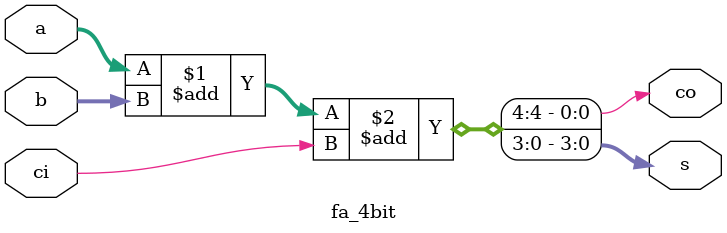
<source format=v>
module fa_4bit(a, b, ci, s, co);
	input [3:0] a, b;
	input ci;
	output [3:0] s;
	output co;
	
	assign {co, s} = a + b + ci;
	
endmodule
</source>
